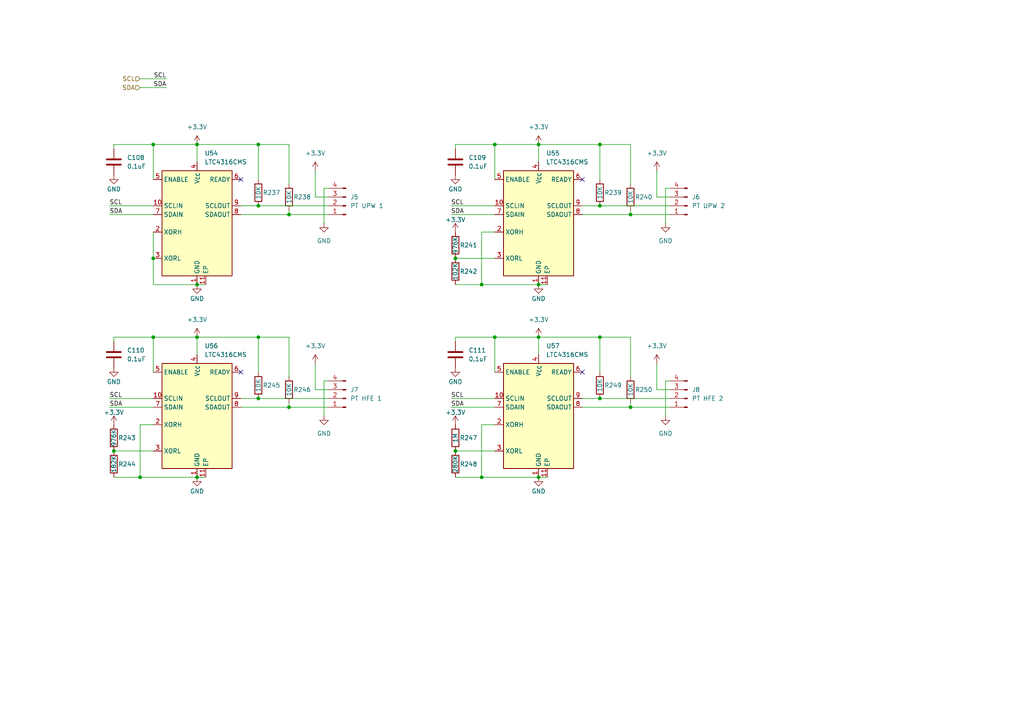
<source format=kicad_sch>
(kicad_sch (version 20231120) (generator "eeschema") (generator_version "8.0")
  (paper "A4")
  (lib_symbols
    (symbol "Connector:Conn_01x04_Pin" (pin_names (offset 1.016) hide)
      (property "Reference" "J" (at 0 5.08 0))
      (property "Value" "Conn_01x04_Pin" (at 0 -7.62 0))
      (symbol "Conn_01x04_Pin_1_1"
        (polyline (pts (xy 1.27 -5.08) (xy 0.8636 -5.08)) (stroke (width 0.1524)))
        (polyline (pts (xy 1.27 -2.54) (xy 0.8636 -2.54)) (stroke (width 0.1524)))
        (polyline (pts (xy 1.27 0) (xy 0.8636 0)) (stroke (width 0.1524)))
        (polyline (pts (xy 1.27 2.54) (xy 0.8636 2.54)) (stroke (width 0.1524)))
        (rectangle (start 0.8636 -4.953) (end 0 -5.207) (stroke (width 0.1524)) (fill (type outline)))
        (rectangle (start 0.8636 -2.413) (end 0 -2.667) (stroke (width 0.1524)) (fill (type outline)))
        (rectangle (start 0.8636 0.127) (end 0 -0.127) (stroke (width 0.1524)) (fill (type outline)))
        (rectangle (start 0.8636 2.667) (end 0 2.413) (stroke (width 0.1524)) (fill (type outline)))
        (pin passive line (at 5.08 2.54 180) (length 3.81) (name "Pin_1") (number "1"))
        (pin passive line (at 5.08 0 180) (length 3.81) (name "Pin_2") (number "2"))
        (pin passive line (at 5.08 -2.54 180) (length 3.81) (name "Pin_3") (number "3"))
        (pin passive line (at 5.08 -5.08 180) (length 3.81) (name "Pin_4") (number "4"))
      )
    )
    (symbol "Device:C" (pin_numbers hide) (pin_names (offset 0.254))
      (property "Reference" "C" (at 0.635 2.54 0))
      (property "Value" "C" (at 0.635 -2.54 0))
      (symbol "C_0_1"
        (polyline (pts (xy -2.032 -0.762) (xy 2.032 -0.762)) (stroke (width 0.508)))
        (polyline (pts (xy -2.032 0.762) (xy 2.032 0.762)) (stroke (width 0.508)))
      )
      (symbol "C_1_1"
        (pin passive line (at 0 3.81 270) (length 2.794) (name "~") (number "1"))
        (pin passive line (at 0 -3.81 90) (length 2.794) (name "~") (number "2"))
      )
    )
    (symbol "Device:R" (pin_numbers hide) (pin_names (offset 0))
      (property "Reference" "R" (at 2.032 0 90))
      (property "Value" "R" (at 0 0 90))
      (symbol "R_0_1"
        (rectangle (start -1.016 -2.54) (end 1.016 2.54) (stroke (width 0.254)))
      )
      (symbol "R_1_1"
        (pin passive line (at 0 3.81 270) (length 1.27) (name "~") (number "1"))
        (pin passive line (at 0 -3.81 90) (length 1.27) (name "~") (number "2"))
      )
    )
    (symbol "Interface_Expansion:LTC4316xDD"
      (property "Reference" "U" (at -8.89 16.51 0))
      (property "Value" "LTC4316xDD" (at 6.35 16.51 0))
      (symbol "LTC4316xDD_0_1"
        (rectangle (start -10.16 15.24) (end 10.16 -15.24) (stroke (width 0.254)) (fill (type background)))
      )
      (symbol "LTC4316xDD_1_1"
        (pin power_in line (at 0 -17.78 90) (length 2.54) (name "GND") (number "1"))
        (pin input line (at -12.7 5.08 0) (length 2.54) (name "SCLIN") (number "10"))
        (pin passive line (at 2.54 -17.78 90) (length 2.54) (name "EP") (number "11"))
        (pin input line (at -12.7 -2.54 0) (length 2.54) (name "XORH") (number "2"))
        (pin input line (at -12.7 -10.16 0) (length 2.54) (name "XORL") (number "3"))
        (pin power_in line (at 0 17.78 270) (length 2.54) (name "V_{CC}") (number "4"))
        (pin input line (at -12.7 12.7 0) (length 2.54) (name "ENABLE") (number "5"))
        (pin open_collector line (at 12.7 12.7 180) (length 2.54) (name "READY") (number "6"))
        (pin bidirectional line (at -12.7 2.54 0) (length 2.54) (name "SDAIN") (number "7"))
        (pin bidirectional line (at 12.7 2.54 180) (length 2.54) (name "SDAOUT") (number "8"))
        (pin output line (at 12.7 5.08 180) (length 2.54) (name "SCLOUT") (number "9"))
      )
    )
    (symbol "power:+3.3V" (power) (pin_numbers hide) (pin_names (offset 0) hide)
      (property "Value" "+3.3V" (at 0 3.556 0))
      (symbol "+3.3V_0_1"
        (polyline (pts (xy -0.762 1.27) (xy 0 2.54)))
        (polyline (pts (xy 0 0) (xy 0 2.54)))
        (polyline (pts (xy 0 2.54) (xy 0.762 1.27)))
      )
      (symbol "+3.3V_1_1"
        (pin power_in line (at 0 0 90) (length 0) (name "~") (number "1"))
      )
    )
    (symbol "power:GND" (power) (pin_numbers hide) (pin_names (offset 0) hide)
      (property "Value" "GND" (at 0 -3.81 0))
      (symbol "GND_0_1"
        (polyline (pts (xy 0 0) (xy 0 -1.27) (xy 1.27 -1.27) (xy 0 -2.54) (xy -1.27 -1.27) (xy 0 -1.27)))
      )
      (symbol "GND_1_1"
        (pin power_in line (at 0 0 270) (length 0) (name "~") (number "1"))
      )
    )
  )
  (junction (at 44.45 74.93))
  (junction (at 74.93 115.57))
  (junction (at 132.08 74.93))
  (junction (at 143.51 41.91))
  (junction (at 57.15 97.79))
  (junction (at 40.64 138.43))
  (junction (at 139.7 82.55))
  (junction (at 44.45 97.79))
  (junction (at 83.82 62.23))
  (junction (at 182.88 118.11))
  (junction (at 156.21 97.79))
  (junction (at 156.21 41.91))
  (junction (at 83.82 118.11))
  (junction (at 74.93 59.69))
  (junction (at 156.21 138.43))
  (junction (at 74.93 97.79))
  (junction (at 44.45 41.91))
  (junction (at 173.99 41.91))
  (junction (at 173.99 115.57))
  (junction (at 173.99 97.79))
  (junction (at 33.02 130.81))
  (junction (at 57.15 82.55))
  (junction (at 156.21 82.55))
  (junction (at 74.93 41.91))
  (junction (at 143.51 97.79))
  (junction (at 182.88 62.23))
  (junction (at 139.7 138.43))
  (junction (at 132.08 130.81))
  (junction (at 57.15 138.43))
  (junction (at 57.15 41.91))
  (junction (at 173.99 59.69))
  (no_connect (at 168.91 107.95))
  (no_connect (at 69.85 52.07))
  (no_connect (at 168.91 52.07))
  (no_connect (at 69.85 107.95))
  (wire (pts (xy 83.82 118.11) (xy 95.25 118.11)))
  (wire (pts (xy 31.75 115.57) (xy 44.45 115.57)))
  (wire (pts (xy 139.7 82.55) (xy 156.21 82.55)))
  (wire (pts (xy 156.21 82.55) (xy 158.75 82.55)))
  (wire (pts (xy 44.45 97.79) (xy 44.45 107.95)))
  (wire (pts (xy 194.31 54.61) (xy 193.04 54.61)))
  (wire (pts (xy 194.31 57.15) (xy 190.5 57.15)))
  (wire (pts (xy 57.15 41.91) (xy 57.15 46.99)))
  (wire (pts (xy 173.99 41.91) (xy 182.88 41.91)))
  (wire (pts (xy 190.5 105.41) (xy 190.5 113.03)))
  (wire (pts (xy 132.08 82.55) (xy 139.7 82.55)))
  (wire (pts (xy 182.88 116.84) (xy 182.88 118.11)))
  (wire (pts (xy 156.21 97.79) (xy 143.51 97.79)))
  (wire (pts (xy 74.93 97.79) (xy 83.82 97.79)))
  (wire (pts (xy 173.99 97.79) (xy 182.88 97.79)))
  (wire (pts (xy 74.93 97.79) (xy 74.93 107.95)))
  (wire (pts (xy 83.82 41.91) (xy 83.82 53.34)))
  (wire (pts (xy 156.21 97.79) (xy 156.21 102.87)))
  (wire (pts (xy 194.31 110.49) (xy 193.04 110.49)))
  (wire (pts (xy 83.82 116.84) (xy 83.82 118.11)))
  (wire (pts (xy 44.45 67.31) (xy 44.45 74.93)))
  (wire (pts (xy 74.93 59.69) (xy 95.25 59.69)))
  (wire (pts (xy 95.25 113.03) (xy 91.44 113.03)))
  (wire (pts (xy 182.88 62.23) (xy 194.31 62.23)))
  (wire (pts (xy 91.44 49.53) (xy 91.44 57.15)))
  (wire (pts (xy 130.81 115.57) (xy 143.51 115.57)))
  (wire (pts (xy 139.7 67.31) (xy 139.7 82.55)))
  (wire (pts (xy 40.64 123.19) (xy 44.45 123.19)))
  (wire (pts (xy 168.91 62.23) (xy 182.88 62.23)))
  (wire (pts (xy 182.88 118.11) (xy 194.31 118.11)))
  (wire (pts (xy 193.04 54.61) (xy 193.04 64.77)))
  (wire (pts (xy 173.99 59.69) (xy 194.31 59.69)))
  (wire (pts (xy 69.85 115.57) (xy 74.93 115.57)))
  (wire (pts (xy 83.82 62.23) (xy 95.25 62.23)))
  (wire (pts (xy 31.75 62.23) (xy 44.45 62.23)))
  (wire (pts (xy 193.04 110.49) (xy 193.04 120.65)))
  (wire (pts (xy 57.15 138.43) (xy 59.69 138.43)))
  (wire (pts (xy 130.81 118.11) (xy 143.51 118.11)))
  (wire (pts (xy 83.82 60.96) (xy 83.82 62.23)))
  (wire (pts (xy 74.93 41.91) (xy 83.82 41.91)))
  (wire (pts (xy 44.45 41.91) (xy 44.45 52.07)))
  (wire (pts (xy 57.15 97.79) (xy 74.93 97.79)))
  (wire (pts (xy 69.85 118.11) (xy 83.82 118.11)))
  (wire (pts (xy 57.15 97.79) (xy 57.15 102.87)))
  (wire (pts (xy 139.7 123.19) (xy 143.51 123.19)))
  (wire (pts (xy 95.25 54.61) (xy 93.98 54.61)))
  (wire (pts (xy 95.25 57.15) (xy 91.44 57.15)))
  (wire (pts (xy 173.99 115.57) (xy 194.31 115.57)))
  (wire (pts (xy 194.31 113.03) (xy 190.5 113.03)))
  (wire (pts (xy 57.15 41.91) (xy 44.45 41.91)))
  (wire (pts (xy 83.82 97.79) (xy 83.82 109.22)))
  (wire (pts (xy 93.98 110.49) (xy 93.98 120.65)))
  (wire (pts (xy 156.21 41.91) (xy 156.21 46.99)))
  (wire (pts (xy 132.08 74.93) (xy 143.51 74.93)))
  (wire (pts (xy 33.02 43.18) (xy 33.02 41.91)))
  (wire (pts (xy 156.21 41.91) (xy 173.99 41.91)))
  (wire (pts (xy 69.85 59.69) (xy 74.93 59.69)))
  (wire (pts (xy 33.02 97.79) (xy 44.45 97.79)))
  (wire (pts (xy 132.08 97.79) (xy 143.51 97.79)))
  (wire (pts (xy 182.88 97.79) (xy 182.88 109.22)))
  (wire (pts (xy 95.25 110.49) (xy 93.98 110.49)))
  (wire (pts (xy 132.08 43.18) (xy 132.08 41.91)))
  (wire (pts (xy 143.51 41.91) (xy 143.51 52.07)))
  (wire (pts (xy 139.7 123.19) (xy 139.7 138.43)))
  (wire (pts (xy 74.93 41.91) (xy 74.93 52.07)))
  (wire (pts (xy 139.7 67.31) (xy 143.51 67.31)))
  (wire (pts (xy 168.91 118.11) (xy 182.88 118.11)))
  (wire (pts (xy 40.64 138.43) (xy 57.15 138.43)))
  (wire (pts (xy 139.7 138.43) (xy 156.21 138.43)))
  (wire (pts (xy 44.45 82.55) (xy 57.15 82.55)))
  (wire (pts (xy 156.21 138.43) (xy 158.75 138.43)))
  (wire (pts (xy 130.81 62.23) (xy 143.51 62.23)))
  (wire (pts (xy 173.99 97.79) (xy 173.99 107.95)))
  (wire (pts (xy 173.99 41.91) (xy 173.99 52.07)))
  (wire (pts (xy 91.44 105.41) (xy 91.44 113.03)))
  (wire (pts (xy 31.75 59.69) (xy 44.45 59.69)))
  (wire (pts (xy 33.02 41.91) (xy 44.45 41.91)))
  (wire (pts (xy 40.64 22.86) (xy 48.26 22.86)))
  (wire (pts (xy 74.93 115.57) (xy 95.25 115.57)))
  (wire (pts (xy 168.91 115.57) (xy 173.99 115.57)))
  (wire (pts (xy 40.64 25.4) (xy 48.26 25.4)))
  (wire (pts (xy 132.08 41.91) (xy 143.51 41.91)))
  (wire (pts (xy 132.08 138.43) (xy 139.7 138.43)))
  (wire (pts (xy 132.08 130.81) (xy 143.51 130.81)))
  (wire (pts (xy 93.98 54.61) (xy 93.98 64.77)))
  (wire (pts (xy 168.91 59.69) (xy 173.99 59.69)))
  (wire (pts (xy 33.02 99.06) (xy 33.02 97.79)))
  (wire (pts (xy 143.51 97.79) (xy 143.51 107.95)))
  (wire (pts (xy 44.45 74.93) (xy 44.45 82.55)))
  (wire (pts (xy 69.85 62.23) (xy 83.82 62.23)))
  (wire (pts (xy 57.15 41.91) (xy 74.93 41.91)))
  (wire (pts (xy 57.15 97.79) (xy 44.45 97.79)))
  (wire (pts (xy 57.15 82.55) (xy 59.69 82.55)))
  (wire (pts (xy 156.21 41.91) (xy 143.51 41.91)))
  (wire (pts (xy 33.02 138.43) (xy 40.64 138.43)))
  (wire (pts (xy 190.5 49.53) (xy 190.5 57.15)))
  (wire (pts (xy 130.81 59.69) (xy 143.51 59.69)))
  (wire (pts (xy 182.88 41.91) (xy 182.88 53.34)))
  (wire (pts (xy 156.21 97.79) (xy 173.99 97.79)))
  (wire (pts (xy 31.75 118.11) (xy 44.45 118.11)))
  (wire (pts (xy 132.08 99.06) (xy 132.08 97.79)))
  (wire (pts (xy 182.88 60.96) (xy 182.88 62.23)))
  (wire (pts (xy 33.02 130.81) (xy 44.45 130.81)))
  (wire (pts (xy 40.64 123.19) (xy 40.64 138.43)))
  (label "SCL" (at 31.75 115.57 0))
  (label "SDA" (at 31.75 118.11 0))
  (label "SCL" (at 31.75 59.69 0))
  (label "SCL" (at 48.26 22.86 180))
  (label "SDA" (at 48.26 25.4 180))
  (label "SDA" (at 31.75 62.23 0))
  (label "SCL" (at 130.81 59.69 0))
  (label "SCL" (at 130.81 115.57 0))
  (label "SDA" (at 130.81 62.23 0))
  (label "SDA" (at 130.81 118.11 0))
  (hierarchical_label "SCL" (shape input) (at 40.64 22.86 180))
  (hierarchical_label "SDA" (shape input) (at 40.64 25.4 180))
  (symbol (lib_id "power:GND") (at 57.15 138.43 0) (unit 1)
    (property "Reference" "#PWR0288" (effects (hide yes)))
    (property "Value" "GND" (at 57.15 142.494 0))
    (property "Description" "Power symbol creates a global label with name \"GND\" , ground" (effects (hide yes)))
  )
  (symbol (lib_id "Interface_Expansion:LTC4316xDD") (at 156.21 64.77 0) (unit 1)
    (property "Reference" "U55" (at 158.4041 44.45 0) (effects (justify left)))
    (property "Value" "LTC4316CMS" (at 158.4041 46.99 0) (effects (justify left)))
    (property "Footprint" "Package_SO:MSOP-10_3x3mm_P0.5mm" (effects (hide yes)))
    (property "Datasheet" "https://www.analog.com/media/en/technical-documentation/data-sheets/4316fa.pdf" (effects (hide yes)))
    (property "Description" "Single I2C/SMBus Address-Translator, DFN-10" (effects (hide yes)))
  )
  (symbol (lib_id "Device:R") (at 182.88 113.03 0) (unit 1)
    (property "Reference" "R250" (at 184.15 113.03 0) (effects (justify left)))
    (property "Value" "10K" (at 182.88 113.03 90))
    (property "Description" "Resistor" (effects (hide yes)))
  )
  (symbol (lib_id "Device:R") (at 74.93 111.76 0) (unit 1)
    (property "Reference" "R245" (at 76.2 111.76 0) (effects (justify left)))
    (property "Value" "10K" (at 74.93 111.76 90))
    (property "Description" "Resistor" (effects (hide yes)))
  )
  (symbol (lib_id "Device:C") (at 132.08 102.87 0) (unit 1)
    (property "Reference" "C111" (at 135.89 101.5999 0) (effects (justify left)))
    (property "Value" "0.1uF" (at 135.89 104.1399 0) (effects (justify left)))
    (property "Description" "Unpolarized capacitor" (effects (hide yes)))
  )
  (symbol (lib_id "Device:C") (at 132.08 46.99 0) (unit 1)
    (property "Reference" "C109" (at 135.89 45.7199 0) (effects (justify left)))
    (property "Value" "0.1uF" (at 135.89 48.2599 0) (effects (justify left)))
    (property "Description" "Unpolarized capacitor" (effects (hide yes)))
  )
  (symbol (lib_id "Connector:Conn_01x04_Pin") (at 199.39 59.69 180) (unit 1)
    (property "Reference" "J6" (at 200.66 57.1499 0) (effects (justify right)))
    (property "Value" "PT UPW 2" (at 200.66 59.6899 0) (effects (justify right)))
    (property "Description" "Generic connector, single row, 01x04, script generated" (effects (hide yes)))
  )
  (symbol (lib_id "power:GND") (at 193.04 64.77 0) (unit 1)
    (property "Reference" "#PWR0283" (effects (hide yes)))
    (property "Value" "GND" (at 193.04 69.85 0))
    (property "Description" "Power symbol creates a global label with name \"GND\" , ground" (effects (hide yes)))
  )
  (symbol (lib_id "power:+3.3V") (at 91.44 49.53 0) (unit 1)
    (property "Reference" "#PWR0280" (effects (hide yes)))
    (property "Value" "+3.3V" (at 91.44 44.45 0))
    (property "Description" "Power symbol creates a global label with name \"+3.3V\"" (effects (hide yes)))
  )
  (symbol (lib_id "power:GND") (at 156.21 82.55 0) (unit 1)
    (property "Reference" "#PWR0279" (effects (hide yes)))
    (property "Value" "GND" (at 156.21 86.614 0))
    (property "Description" "Power symbol creates a global label with name \"GND\" , ground" (effects (hide yes)))
  )
  (symbol (lib_id "Device:C") (at 33.02 46.99 0) (unit 1)
    (property "Reference" "C108" (at 36.83 45.7199 0) (effects (justify left)))
    (property "Value" "0.1uF" (at 36.83 48.2599 0) (effects (justify left)))
    (property "Description" "Unpolarized capacitor" (effects (hide yes)))
  )
  (symbol (lib_id "power:+3.3V") (at 132.08 123.19 0) (unit 1)
    (property "Reference" "#PWR0292" (effects (hide yes)))
    (property "Value" "+3.3V" (at 132.08 119.634 0))
    (property "Description" "Power symbol creates a global label with name \"+3.3V\"" (effects (hide yes)))
  )
  (symbol (lib_id "power:+3.3V") (at 190.5 49.53 0) (unit 1)
    (property "Reference" "#PWR0282" (effects (hide yes)))
    (property "Value" "+3.3V" (at 190.5 44.45 0))
    (property "Description" "Power symbol creates a global label with name \"+3.3V\"" (effects (hide yes)))
  )
  (symbol (lib_id "power:+3.3V") (at 156.21 41.91 0) (unit 1)
    (property "Reference" "#PWR0278" (effects (hide yes)))
    (property "Value" "+3.3V" (at 156.21 36.83 0))
    (property "Description" "Power symbol creates a global label with name \"+3.3V\"" (effects (hide yes)))
  )
  (symbol (lib_id "Device:C") (at 33.02 102.87 0) (unit 1)
    (property "Reference" "C110" (at 36.83 101.5999 0) (effects (justify left)))
    (property "Value" "0.1uF" (at 36.83 104.1399 0) (effects (justify left)))
    (property "Description" "Unpolarized capacitor" (effects (hide yes)))
  )
  (symbol (lib_id "power:+3.3V") (at 57.15 41.91 0) (unit 1)
    (property "Reference" "#PWR0274" (effects (hide yes)))
    (property "Value" "+3.3V" (at 57.15 36.83 0))
    (property "Description" "Power symbol creates a global label with name \"+3.3V\"" (effects (hide yes)))
  )
  (symbol (lib_id "Device:R") (at 132.08 127 0) (unit 1)
    (property "Reference" "R247" (at 133.35 127 0) (effects (justify left)))
    (property "Value" "1M" (at 132.08 127 90))
    (property "Description" "Resistor" (effects (hide yes)))
  )
  (symbol (lib_id "Device:R") (at 132.08 134.62 0) (unit 1)
    (property "Reference" "R248" (at 133.35 134.62 0) (effects (justify left)))
    (property "Value" "280K" (at 132.08 134.62 90))
    (property "Description" "Resistor" (effects (hide yes)))
  )
  (symbol (lib_id "Connector:Conn_01x04_Pin") (at 199.39 115.57 180) (unit 1)
    (property "Reference" "J8" (at 200.66 113.0299 0) (effects (justify right)))
    (property "Value" "PT HFE 2" (at 200.66 115.5699 0) (effects (justify right)))
    (property "Description" "Generic connector, single row, 01x04, script generated" (effects (hide yes)))
  )
  (symbol (lib_id "Connector:Conn_01x04_Pin") (at 100.33 115.57 180) (unit 1)
    (property "Reference" "J7" (at 101.6 113.0299 0) (effects (justify right)))
    (property "Value" "PT HFE 1" (at 101.6 115.5699 0) (effects (justify right)))
    (property "Description" "Generic connector, single row, 01x04, script generated" (effects (hide yes)))
  )
  (symbol (lib_id "Device:R") (at 173.99 55.88 0) (unit 1)
    (property "Reference" "R239" (at 175.26 55.88 0) (effects (justify left)))
    (property "Value" "10K" (at 173.99 55.88 90))
    (property "Description" "Resistor" (effects (hide yes)))
  )
  (symbol (lib_id "Device:R") (at 83.82 57.15 0) (unit 1)
    (property "Reference" "R238" (at 85.09 57.15 0) (effects (justify left)))
    (property "Value" "10K" (at 83.82 57.15 90))
    (property "Description" "Resistor" (effects (hide yes)))
  )
  (symbol (lib_id "Interface_Expansion:LTC4316xDD") (at 57.15 120.65 0) (unit 1)
    (property "Reference" "U56" (at 59.3441 100.33 0) (effects (justify left)))
    (property "Value" "LTC4316CMS" (at 59.3441 102.87 0) (effects (justify left)))
    (property "Footprint" "Package_SO:MSOP-10_3x3mm_P0.5mm" (effects (hide yes)))
    (property "Datasheet" "https://www.analog.com/media/en/technical-documentation/data-sheets/4316fa.pdf" (effects (hide yes)))
    (property "Description" "Single I2C/SMBus Address-Translator, DFN-10" (effects (hide yes)))
  )
  (symbol (lib_id "power:+3.3V") (at 33.02 123.19 0) (unit 1)
    (property "Reference" "#PWR0286" (effects (hide yes)))
    (property "Value" "+3.3V" (at 33.02 119.634 0))
    (property "Description" "Power symbol creates a global label with name \"+3.3V\"" (effects (hide yes)))
  )
  (symbol (lib_id "power:GND") (at 156.21 138.43 0) (unit 1)
    (property "Reference" "#PWR0294" (effects (hide yes)))
    (property "Value" "GND" (at 156.21 142.494 0))
    (property "Description" "Power symbol creates a global label with name \"GND\" , ground" (effects (hide yes)))
  )
  (symbol (lib_id "power:GND") (at 93.98 120.65 0) (unit 1)
    (property "Reference" "#PWR0290" (effects (hide yes)))
    (property "Value" "GND" (at 93.98 125.73 0))
    (property "Description" "Power symbol creates a global label with name \"GND\" , ground" (effects (hide yes)))
  )
  (symbol (lib_id "power:+3.3V") (at 132.08 67.31 0) (unit 1)
    (property "Reference" "#PWR0284" (effects (hide yes)))
    (property "Value" "+3.3V" (at 132.08 63.754 0))
    (property "Description" "Power symbol creates a global label with name \"+3.3V\"" (effects (hide yes)))
  )
  (symbol (lib_id "power:+3.3V") (at 156.21 97.79 0) (unit 1)
    (property "Reference" "#PWR0293" (effects (hide yes)))
    (property "Value" "+3.3V" (at 156.21 92.71 0))
    (property "Description" "Power symbol creates a global label with name \"+3.3V\"" (effects (hide yes)))
  )
  (symbol (lib_id "Device:R") (at 132.08 78.74 0) (unit 1)
    (property "Reference" "R242" (at 133.35 78.74 0) (effects (justify left)))
    (property "Value" "102K" (at 132.08 78.74 90))
    (property "Description" "Resistor" (effects (hide yes)))
  )
  (symbol (lib_id "power:GND") (at 132.08 106.68 0) (unit 1)
    (property "Reference" "#PWR0291" (effects (hide yes)))
    (property "Value" "GND" (at 132.08 110.744 0))
    (property "Description" "Power symbol creates a global label with name \"GND\" , ground" (effects (hide yes)))
  )
  (symbol (lib_id "power:GND") (at 33.02 50.8 0) (unit 1)
    (property "Reference" "#PWR0275" (effects (hide yes)))
    (property "Value" "GND" (at 33.02 54.864 0))
    (property "Description" "Power symbol creates a global label with name \"GND\" , ground" (effects (hide yes)))
  )
  (symbol (lib_id "Connector:Conn_01x04_Pin") (at 100.33 59.69 180) (unit 1)
    (property "Reference" "J5" (at 101.6 57.1499 0) (effects (justify right)))
    (property "Value" "PT UPW 1" (at 101.6 59.6899 0) (effects (justify right)))
    (property "Description" "Generic connector, single row, 01x04, script generated" (effects (hide yes)))
  )
  (symbol (lib_id "Interface_Expansion:LTC4316xDD") (at 57.15 64.77 0) (unit 1)
    (property "Reference" "U54" (at 59.3441 44.45 0) (effects (justify left)))
    (property "Value" "LTC4316CMS" (at 59.3441 46.99 0) (effects (justify left)))
    (property "Footprint" "Package_SO:MSOP-10_3x3mm_P0.5mm" (effects (hide yes)))
    (property "Datasheet" "https://www.analog.com/media/en/technical-documentation/data-sheets/4316fa.pdf" (effects (hide yes)))
    (property "Description" "Single I2C/SMBus Address-Translator, DFN-10" (effects (hide yes)))
  )
  (symbol (lib_id "Interface_Expansion:LTC4316xDD") (at 156.21 120.65 0) (unit 1)
    (property "Reference" "U57" (at 158.4041 100.33 0) (effects (justify left)))
    (property "Value" "LTC4316CMS" (at 158.4041 102.87 0) (effects (justify left)))
    (property "Footprint" "Package_SO:MSOP-10_3x3mm_P0.5mm" (effects (hide yes)))
    (property "Datasheet" "https://www.analog.com/media/en/technical-documentation/data-sheets/4316fa.pdf" (effects (hide yes)))
    (property "Description" "Single I2C/SMBus Address-Translator, DFN-10" (effects (hide yes)))
  )
  (symbol (lib_id "power:GND") (at 132.08 50.8 0) (unit 1)
    (property "Reference" "#PWR0277" (effects (hide yes)))
    (property "Value" "GND" (at 132.08 54.864 0))
    (property "Description" "Power symbol creates a global label with name \"GND\" , ground" (effects (hide yes)))
  )
  (symbol (lib_id "power:GND") (at 93.98 64.77 0) (unit 1)
    (property "Reference" "#PWR0281" (effects (hide yes)))
    (property "Value" "GND" (at 93.98 69.85 0))
    (property "Description" "Power symbol creates a global label with name \"GND\" , ground" (effects (hide yes)))
  )
  (symbol (lib_id "power:+3.3V") (at 57.15 97.79 0) (unit 1)
    (property "Reference" "#PWR0287" (effects (hide yes)))
    (property "Value" "+3.3V" (at 57.15 92.71 0))
    (property "Description" "Power symbol creates a global label with name \"+3.3V\"" (effects (hide yes)))
  )
  (symbol (lib_id "power:+3.3V") (at 91.44 105.41 0) (unit 1)
    (property "Reference" "#PWR0289" (effects (hide yes)))
    (property "Value" "+3.3V" (at 91.44 100.33 0))
    (property "Description" "Power symbol creates a global label with name \"+3.3V\"" (effects (hide yes)))
  )
  (symbol (lib_id "Device:R") (at 74.93 55.88 0) (unit 1)
    (property "Reference" "R237" (at 76.2 55.88 0) (effects (justify left)))
    (property "Value" "10K" (at 74.93 55.88 90))
    (property "Description" "Resistor" (effects (hide yes)))
  )
  (symbol (lib_id "power:GND") (at 57.15 82.55 0) (unit 1)
    (property "Reference" "#PWR0276" (effects (hide yes)))
    (property "Value" "GND" (at 57.15 86.614 0))
    (property "Description" "Power symbol creates a global label with name \"GND\" , ground" (effects (hide yes)))
  )
  (symbol (lib_id "Device:R") (at 132.08 71.12 0) (unit 1)
    (property "Reference" "R241" (at 133.35 71.12 0) (effects (justify left)))
    (property "Value" "976K" (at 132.08 71.12 90))
    (property "Description" "Resistor" (effects (hide yes)))
  )
  (symbol (lib_id "Device:R") (at 173.99 111.76 0) (unit 1)
    (property "Reference" "R249" (at 175.26 111.76 0) (effects (justify left)))
    (property "Value" "10K" (at 173.99 111.76 90))
    (property "Description" "Resistor" (effects (hide yes)))
  )
  (symbol (lib_id "power:+3.3V") (at 190.5 105.41 0) (unit 1)
    (property "Reference" "#PWR0295" (effects (hide yes)))
    (property "Value" "+3.3V" (at 190.5 100.33 0))
    (property "Description" "Power symbol creates a global label with name \"+3.3V\"" (effects (hide yes)))
  )
  (symbol (lib_id "power:GND") (at 33.02 106.68 0) (unit 1)
    (property "Reference" "#PWR0285" (effects (hide yes)))
    (property "Value" "GND" (at 33.02 110.744 0))
    (property "Description" "Power symbol creates a global label with name \"GND\" , ground" (effects (hide yes)))
  )
  (symbol (lib_id "Device:R") (at 83.82 113.03 0) (unit 1)
    (property "Reference" "R246" (at 85.09 113.03 0) (effects (justify left)))
    (property "Value" "10K" (at 83.82 113.03 90))
    (property "Description" "Resistor" (effects (hide yes)))
  )
  (symbol (lib_id "Device:R") (at 33.02 134.62 0) (unit 1)
    (property "Reference" "R244" (at 34.29 134.62 0) (effects (justify left)))
    (property "Value" "182K" (at 33.02 134.62 90))
    (property "Description" "Resistor" (effects (hide yes)))
  )
  (symbol (lib_id "Device:R") (at 33.02 127 0) (unit 1)
    (property "Reference" "R243" (at 34.29 127 0) (effects (justify left)))
    (property "Value" "976K" (at 33.02 127 90))
    (property "Description" "Resistor" (effects (hide yes)))
  )
  (symbol (lib_id "Device:R") (at 182.88 57.15 0) (unit 1)
    (property "Reference" "R240" (at 184.15 57.15 0) (effects (justify left)))
    (property "Value" "10K" (at 182.88 57.15 90))
    (property "Description" "Resistor" (effects (hide yes)))
  )
  (symbol (lib_id "power:GND") (at 193.04 120.65 0) (unit 1)
    (property "Reference" "#PWR0296" (effects (hide yes)))
    (property "Value" "GND" (at 193.04 125.73 0))
    (property "Description" "Power symbol creates a global label with name \"GND\" , ground" (effects (hide yes)))
  )
)
</source>
